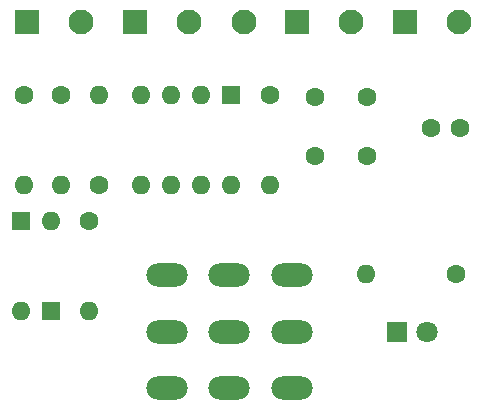
<source format=gbr>
%TF.GenerationSoftware,KiCad,Pcbnew,7.0.10+1*%
%TF.CreationDate,2024-02-10T16:35:24+08:00*%
%TF.ProjectId,ohmify-overdrive,6f686d69-6679-42d6-9f76-657264726976,v1.1*%
%TF.SameCoordinates,Original*%
%TF.FileFunction,Soldermask,Bot*%
%TF.FilePolarity,Negative*%
%FSLAX46Y46*%
G04 Gerber Fmt 4.6, Leading zero omitted, Abs format (unit mm)*
G04 Created by KiCad (PCBNEW 7.0.10+1) date 2024-02-10 16:35:24*
%MOMM*%
%LPD*%
G01*
G04 APERTURE LIST*
G04 Aperture macros list*
%AMRoundRect*
0 Rectangle with rounded corners*
0 $1 Rounding radius*
0 $2 $3 $4 $5 $6 $7 $8 $9 X,Y pos of 4 corners*
0 Add a 4 corners polygon primitive as box body*
4,1,4,$2,$3,$4,$5,$6,$7,$8,$9,$2,$3,0*
0 Add four circle primitives for the rounded corners*
1,1,$1+$1,$2,$3*
1,1,$1+$1,$4,$5*
1,1,$1+$1,$6,$7*
1,1,$1+$1,$8,$9*
0 Add four rect primitives between the rounded corners*
20,1,$1+$1,$2,$3,$4,$5,0*
20,1,$1+$1,$4,$5,$6,$7,0*
20,1,$1+$1,$6,$7,$8,$9,0*
20,1,$1+$1,$8,$9,$2,$3,0*%
G04 Aperture macros list end*
%ADD10R,1.600000X1.600000*%
%ADD11O,1.600000X1.600000*%
%ADD12C,1.600000*%
%ADD13O,3.500000X2.000000*%
%ADD14R,1.800000X1.800000*%
%ADD15C,1.800000*%
%ADD16C,2.100000*%
%ADD17RoundRect,0.250001X-0.799999X-0.799999X0.799999X-0.799999X0.799999X0.799999X-0.799999X0.799999X0*%
G04 APERTURE END LIST*
D10*
%TO.C,U1*%
X156708000Y-111389000D03*
D11*
X154168000Y-111389000D03*
X151628000Y-111389000D03*
X149088000Y-111389000D03*
X149088000Y-119009000D03*
X151628000Y-119009000D03*
X154168000Y-119009000D03*
X156708000Y-119009000D03*
%TD*%
D12*
%TO.C,C3*%
X163830000Y-111546000D03*
X163830000Y-116546000D03*
%TD*%
D10*
%TO.C,D2*%
X138938000Y-122047000D03*
D11*
X138938000Y-129667000D03*
%TD*%
D12*
%TO.C,R3*%
X145542000Y-118999000D03*
D11*
X145542000Y-111379000D03*
%TD*%
D10*
%TO.C,D1*%
X141478000Y-129667000D03*
D11*
X141478000Y-122047000D03*
%TD*%
D12*
%TO.C,R5*%
X144663000Y-122037000D03*
D11*
X144663000Y-129657000D03*
%TD*%
D12*
%TO.C,R1*%
X139192000Y-111379000D03*
D11*
X139192000Y-118999000D03*
%TD*%
D13*
%TO.C,SW1*%
X151272000Y-126591000D03*
X151272000Y-131391000D03*
X151272000Y-136191000D03*
X156572000Y-126591000D03*
X156572000Y-131391000D03*
X156572000Y-136191000D03*
X161872000Y-126591000D03*
X161872000Y-131391000D03*
X161872000Y-136191000D03*
%TD*%
D14*
%TO.C,D3*%
X170815000Y-131445000D03*
D15*
X173355000Y-131445000D03*
%TD*%
D12*
%TO.C,C2*%
X173649000Y-114173000D03*
X176149000Y-114173000D03*
%TD*%
D16*
%TO.C,J1*%
X176036000Y-105156000D03*
D17*
X171436000Y-105156000D03*
%TD*%
%TO.C,BT1*%
X162292000Y-105156000D03*
D16*
X166892000Y-105156000D03*
%TD*%
%TO.C,J2*%
X144018000Y-105156000D03*
D17*
X139418000Y-105156000D03*
%TD*%
D12*
%TO.C,R2*%
X142367000Y-111379000D03*
D11*
X142367000Y-118999000D03*
%TD*%
D12*
%TO.C,C1*%
X168275000Y-116546000D03*
X168275000Y-111546000D03*
%TD*%
%TO.C,R4*%
X160020000Y-111379000D03*
D11*
X160020000Y-118999000D03*
%TD*%
D12*
%TO.C,R6*%
X175768000Y-126492000D03*
D11*
X168148000Y-126492000D03*
%TD*%
D17*
%TO.C,RV1*%
X148590000Y-105156000D03*
D16*
X153190000Y-105156000D03*
X157790000Y-105156000D03*
%TD*%
M02*

</source>
